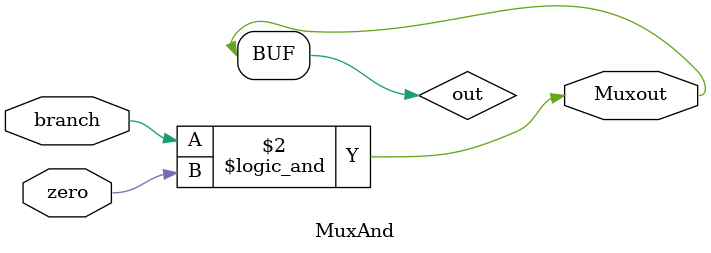
<source format=v>
module Multiplxer
(
input [63:0] D0, D1,
input Select,
output reg [63:0] out
);

  always @(D0,D1,Select)
    begin
      if(Select==1'b0) 
        out=D0;
      else
        out=D1;
     end
endmodule

module Adder
(
input [63:0] data1,data2,
output reg [63:0] sum
);
always @(data1,data2)
  sum=data1+(data2<<1);
endmodule

module Add4
(
input [63:0] data1,
output reg [63:0] sum
);
always @(*)
  sum=data1+64'b100;
endmodule

module MuxAnd
(
input branch,zero,
output Muxout
);
reg out;
always @(*)
  begin
  out=branch && zero;
  end
  assign Muxout=out;
endmodule
</source>
